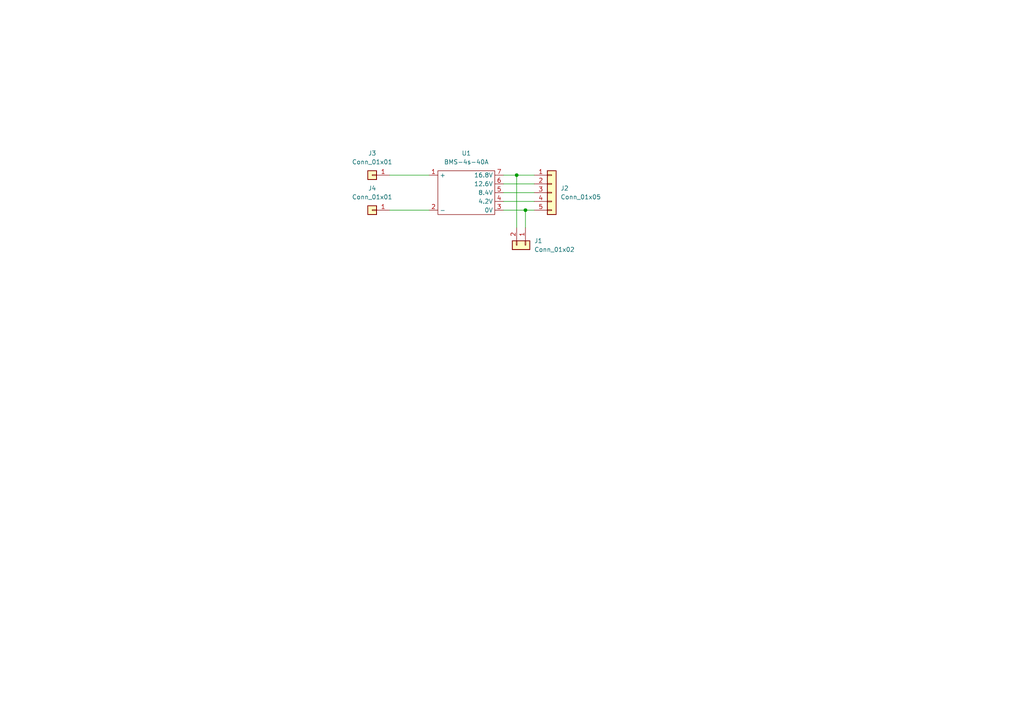
<source format=kicad_sch>
(kicad_sch (version 20250114) (generator "eeschema") (generator_version "9.0")
  (paper "A4")
  (lib_symbols
    (symbol "Connector_Generic:Conn_01x01" (pin_names (offset 1.016) (hide yes))
      (property "Reference" "J" (at 0 2.54 0))
      (property "Value" "Conn_01x01" (at 0 -2.54 0))
      (symbol "Conn_01x01_1_1"
        (rectangle (start -1.27 1.27) (end 1.27 -1.27) (stroke (width 0.254)) (fill (type background)))
        (rectangle (start -1.27 0.127) (end 0 -0.127) (stroke (width 0.1524)))
        (pin passive line (at -5.08 0 0) (length 3.81) (name "Pin_1") (number "1"))
      )
    )
    (symbol "Connector_Generic:Conn_01x02" (pin_names (offset 1.016) (hide yes))
      (property "Reference" "J" (at 0 2.54 0))
      (property "Value" "Conn_01x02" (at 0 -5.08 0))
      (symbol "Conn_01x02_1_1"
        (rectangle (start -1.27 1.27) (end 1.27 -3.81) (stroke (width 0.254)) (fill (type background)))
        (rectangle (start -1.27 0.127) (end 0 -0.127) (stroke (width 0.1524)))
        (rectangle (start -1.27 -2.413) (end 0 -2.667) (stroke (width 0.1524)))
        (pin passive line (at -5.08 0 0) (length 3.81) (name "Pin_1") (number "1"))
        (pin passive line (at -5.08 -2.54 0) (length 3.81) (name "Pin_2") (number "2"))
      )
    )
    (symbol "Connector_Generic:Conn_01x05" (pin_names (offset 1.016) (hide yes))
      (property "Reference" "J" (at 0 7.62 0))
      (property "Value" "Conn_01x05" (at 0 -7.62 0))
      (symbol "Conn_01x05_1_1"
        (rectangle (start -1.27 6.35) (end 1.27 -6.35) (stroke (width 0.254)) (fill (type background)))
        (rectangle (start -1.27 5.207) (end 0 4.953) (stroke (width 0.1524)))
        (rectangle (start -1.27 2.667) (end 0 2.413) (stroke (width 0.1524)))
        (rectangle (start -1.27 0.127) (end 0 -0.127) (stroke (width 0.1524)))
        (rectangle (start -1.27 -2.413) (end 0 -2.667) (stroke (width 0.1524)))
        (rectangle (start -1.27 -4.953) (end 0 -5.207) (stroke (width 0.1524)))
        (pin passive line (at -5.08 5.08 0) (length 3.81) (name "Pin_1") (number "1"))
        (pin passive line (at -5.08 2.54 0) (length 3.81) (name "Pin_2") (number "2"))
        (pin passive line (at -5.08 0 0) (length 3.81) (name "Pin_3") (number "3"))
        (pin passive line (at -5.08 -2.54 0) (length 3.81) (name "Pin_4") (number "4"))
        (pin passive line (at -5.08 -5.08 0) (length 3.81) (name "Pin_5") (number "5"))
      )
    )
    (symbol "mylib7:BMS-4s"
      (property "Reference" "U" (at -7.366 6.096 0))
      (property "Value" "BMS-4s-40A" (at -2.54 -8.89 0))
      (symbol "BMS-4s_0_1"
        (rectangle (start -8.89 5.08) (end 7.62 -7.62))
      )
      (symbol "BMS-4s_1_1"
        (pin input line (at -11.43 3.81 0) (length 2.54) (name "+") (number "1"))
        (pin input line (at -11.43 -6.35 0) (length 2.54) (name "-") (number "2"))
        (pin input line (at 10.16 3.81 180) (length 2.54) (name "16.8V") (number "7"))
        (pin input line (at 10.16 1.27 180) (length 2.54) (name "12.6V") (number "6"))
        (pin input line (at 10.16 -1.27 180) (length 2.54) (name "8.4V") (number "5"))
        (pin input line (at 10.16 -3.81 180) (length 2.54) (name "4.2V") (number "4"))
        (pin input line (at 10.16 -6.35 180) (length 2.54) (name "0V") (number "3"))
      )
    )
  )
  (junction (at 149.86 50.8))
  (junction (at 152.4 60.96))
  (wire (pts (xy 154.94 50.8) (xy 149.86 50.8)))
  (wire (pts (xy 149.86 50.8) (xy 149.86 66.04)))
  (wire (pts (xy 154.94 58.42) (xy 146.05 58.42)))
  (wire (pts (xy 152.4 60.96) (xy 146.05 60.96)))
  (wire (pts (xy 154.94 53.34) (xy 146.05 53.34)))
  (wire (pts (xy 149.86 50.8) (xy 146.05 50.8)))
  (wire (pts (xy 113.03 50.8) (xy 124.46 50.8)))
  (wire (pts (xy 154.94 55.88) (xy 146.05 55.88)))
  (wire (pts (xy 154.94 60.96) (xy 152.4 60.96)))
  (wire (pts (xy 152.4 60.96) (xy 152.4 66.04)))
  (wire (pts (xy 113.03 60.96) (xy 124.46 60.96)))
  (symbol (lib_id "Connector_Generic:Conn_01x01") (at 107.95 50.8 180) (unit 1)
    (property "Reference" "J3" (at 107.95 44.45 0))
    (property "Value" "Conn_01x01" (at 107.95 46.99 0))
    (property "Footprint" "MountingHole:MountingHole_4.3mm_M4_DIN965_Pad" (effects (hide yes)))
    (property "Description" "Generic connector, single row, 01x01, script generated (kicad-library-utils/schlib/autogen/connector/)" (effects (hide yes)))
  )
  (symbol (lib_id "mylib7:BMS-4s") (at 135.89 54.61 0) (unit 1)
    (property "Reference" "U1" (at 135.255 44.45 0))
    (property "Value" "BMS-4s-40A" (at 135.255 46.99 0))
    (property "Footprint" "myfootprints:bms-4s-40A" (effects (hide yes)))
  )
  (symbol (lib_id "Connector_Generic:Conn_01x01") (at 107.95 60.96 180) (unit 1)
    (property "Reference" "J4" (at 107.95 54.61 0))
    (property "Value" "Conn_01x01" (at 107.95 57.15 0))
    (property "Footprint" "MountingHole:MountingHole_4.3mm_M4_DIN965_Pad" (effects (hide yes)))
    (property "Description" "Generic connector, single row, 01x01, script generated (kicad-library-utils/schlib/autogen/connector/)" (effects (hide yes)))
  )
  (symbol (lib_id "Connector_Generic:Conn_01x02") (at 152.4 71.12 270) (unit 1)
    (property "Reference" "J1" (at 154.94 69.8499 90) (effects (justify left)))
    (property "Value" "Conn_01x02" (at 154.94 72.3899 90) (effects (justify left)))
    (property "Footprint" "Connector_AMASS:AMASS_XT30PW-M_1x02_P2.50mm_Horizontal" (effects (hide yes)))
    (property "Description" "Generic connector, single row, 01x02, script generated (kicad-library-utils/schlib/autogen/connector/)" (effects (hide yes)))
  )
  (symbol (lib_id "Connector_Generic:Conn_01x05") (at 160.02 55.88 0) (unit 1)
    (property "Reference" "J2" (at 162.56 54.6099 0) (effects (justify left)))
    (property "Value" "Conn_01x05" (at 162.56 57.1499 0) (effects (justify left)))
    (property "Footprint" "Connector_JST:JST_XH_S5B-XH-A-1_1x05_P2.50mm_Horizontal" (effects (hide yes)))
    (property "Description" "Generic connector, single row, 01x05, script generated (kicad-library-utils/schlib/autogen/connector/)" (effects (hide yes)))
    (property "Distributor" "D" (effects (hide yes)))
    (property "Manufacturer" "S5B-XH-A-1" (effects (hide yes)))
    (property "OrderNr" "455-4228-ND" (effects (hide yes)))
  )
)
</source>
